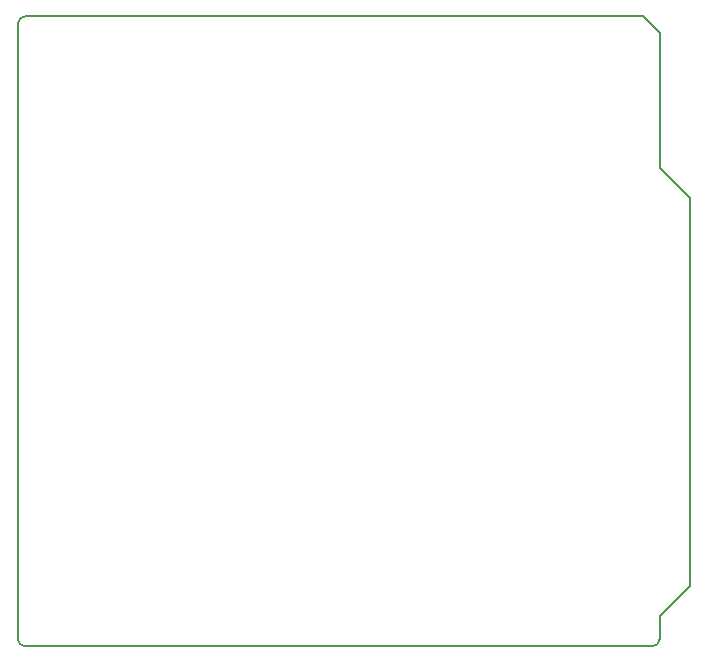
<source format=gm1>
G04 #@! TF.GenerationSoftware,KiCad,Pcbnew,no-vcs-found-2a3a699~58~ubuntu16.04.1*
G04 #@! TF.CreationDate,2017-05-22T10:07:49+03:00*
G04 #@! TF.ProjectId,interferometer,696E7465726665726F6D657465722E6B,1*
G04 #@! TF.FileFunction,Profile,NP*
%FSLAX46Y46*%
G04 Gerber Fmt 4.6, Leading zero omitted, Abs format (unit mm)*
G04 Created by KiCad (PCBNEW no-vcs-found-2a3a699~58~ubuntu16.04.1) date Mon May 22 10:07:49 2017*
%MOMM*%
%LPD*%
G01*
G04 APERTURE LIST*
%ADD10C,0.100000*%
%ADD11C,0.150000*%
G04 APERTURE END LIST*
D10*
D11*
X128524000Y-71247000D02*
X180848000Y-71247000D01*
X181610000Y-124587000D02*
X128524000Y-124587000D01*
X182245000Y-122047000D02*
X182245000Y-123952000D01*
X182245000Y-123952000D02*
G75*
G02X181610000Y-124587000I-635000J0D01*
G01*
X127889000Y-71882000D02*
X127889000Y-123952000D01*
X127889000Y-71882000D02*
G75*
G02X128524000Y-71247000I635000J0D01*
G01*
X128524000Y-124587000D02*
G75*
G02X127889000Y-123952000I0J635000D01*
G01*
X182245000Y-72644000D02*
X180848000Y-71247000D01*
X182245000Y-84074000D02*
X182245000Y-72644000D01*
X184785000Y-86614000D02*
X182245000Y-84074000D01*
X184785000Y-119507000D02*
X184785000Y-86614000D01*
X182245000Y-122047000D02*
X184785000Y-119507000D01*
M02*

</source>
